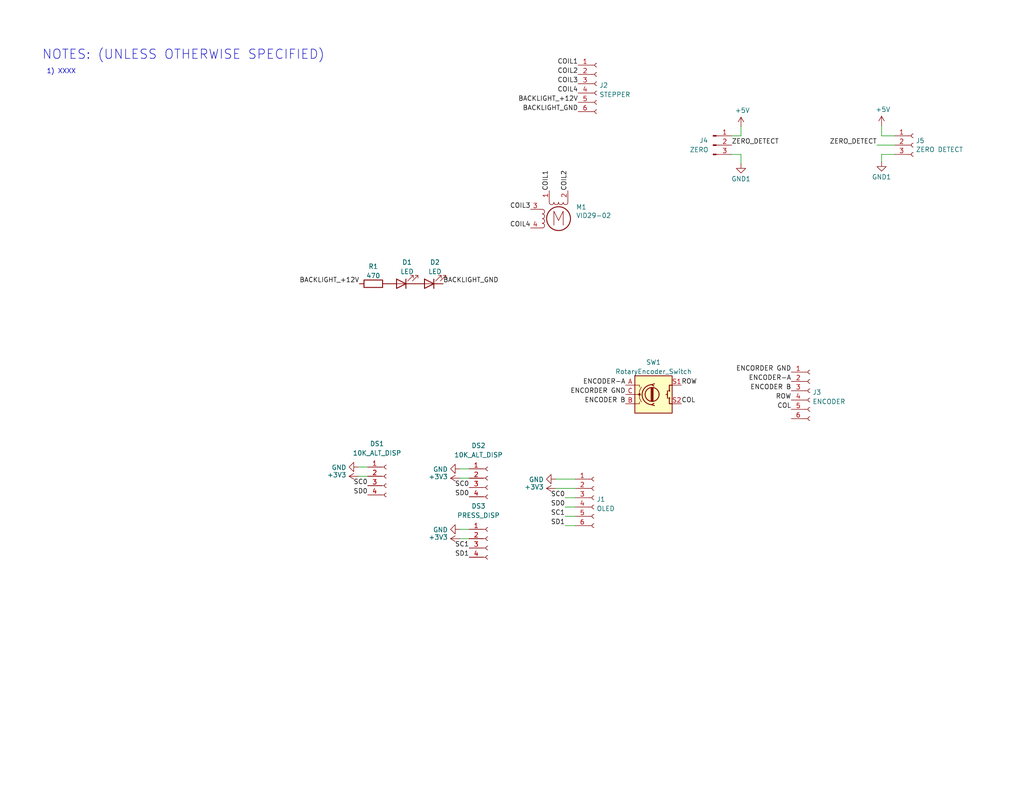
<source format=kicad_sch>
(kicad_sch (version 20230121) (generator eeschema)
  (paper "A")
  (title_block (date "2022-08-04") (rev "2"))
  (lib_symbols
    (symbol "Connector:Conn_01x03_Male" (pin_names (offset 1.016) hide)
      (property "Reference" "J" (at 0 5.08 0))
      (property "Value" "Conn_01x03_Male" (at 0 -5.08 0))
      (symbol "Conn_01x03_Male_1_1"
        (polyline (pts (xy 1.27 -2.54) (xy 0.8636 -2.54)) (stroke (width 0.1524)))
        (polyline (pts (xy 1.27 0) (xy 0.8636 0)) (stroke (width 0.1524)))
        (polyline (pts (xy 1.27 2.54) (xy 0.8636 2.54)) (stroke (width 0.1524)))
        (rectangle (start 0.8636 -2.413) (end 0 -2.667) (stroke (width 0.1524)) (fill (type outline)))
        (rectangle (start 0.8636 0.127) (end 0 -0.127) (stroke (width 0.1524)) (fill (type outline)))
        (rectangle (start 0.8636 2.667) (end 0 2.413) (stroke (width 0.1524)) (fill (type outline)))
        (pin passive line (at 5.08 2.54 180) (length 3.81) (name "Pin_1") (number "1"))
        (pin passive line (at 5.08 0 180) (length 3.81) (name "Pin_2") (number "2"))
        (pin passive line (at 5.08 -2.54 180) (length 3.81) (name "Pin_3") (number "3"))
      )
    )
    (symbol "Connector:Conn_01x03_Socket" (pin_names (offset 1.016) hide)
      (property "Reference" "J" (at 0 5.08 0))
      (property "Value" "Conn_01x03_Socket" (at 0 -5.08 0))
      (symbol "Conn_01x03_Socket_1_1"
        (arc (start 0 -2.032) (mid -0.5058 -2.54) (end 0 -3.048) (stroke (width 0.1524)))
        (polyline (pts (xy -1.27 -2.54) (xy -0.508 -2.54)) (stroke (width 0.1524)))
        (polyline (pts (xy -1.27 0) (xy -0.508 0)) (stroke (width 0.1524)))
        (polyline (pts (xy -1.27 2.54) (xy -0.508 2.54)) (stroke (width 0.1524)))
        (arc (start 0 0.508) (mid -0.5058 0) (end 0 -0.508) (stroke (width 0.1524)))
        (arc (start 0 3.048) (mid -0.5058 2.54) (end 0 2.032) (stroke (width 0.1524)))
        (pin passive line (at -5.08 2.54 0) (length 3.81) (name "Pin_1") (number "1"))
        (pin passive line (at -5.08 0 0) (length 3.81) (name "Pin_2") (number "2"))
        (pin passive line (at -5.08 -2.54 0) (length 3.81) (name "Pin_3") (number "3"))
      )
    )
    (symbol "Connector:Conn_01x04_Female" (pin_names (offset 1.016) hide)
      (property "Reference" "J" (at 0 5.08 0))
      (property "Value" "Conn_01x04_Female" (at 0 -7.62 0))
      (symbol "Conn_01x04_Female_1_1"
        (arc (start 0 -4.572) (mid -0.5058 -5.08) (end 0 -5.588) (stroke (width 0.1524)))
        (arc (start 0 -2.032) (mid -0.5058 -2.54) (end 0 -3.048) (stroke (width 0.1524)))
        (polyline (pts (xy -1.27 -5.08) (xy -0.508 -5.08)) (stroke (width 0.1524)))
        (polyline (pts (xy -1.27 -2.54) (xy -0.508 -2.54)) (stroke (width 0.1524)))
        (polyline (pts (xy -1.27 0) (xy -0.508 0)) (stroke (width 0.1524)))
        (polyline (pts (xy -1.27 2.54) (xy -0.508 2.54)) (stroke (width 0.1524)))
        (arc (start 0 0.508) (mid -0.5058 0) (end 0 -0.508) (stroke (width 0.1524)))
        (arc (start 0 3.048) (mid -0.5058 2.54) (end 0 2.032) (stroke (width 0.1524)))
        (pin passive line (at -5.08 2.54 0) (length 3.81) (name "Pin_1") (number "1"))
        (pin passive line (at -5.08 0 0) (length 3.81) (name "Pin_2") (number "2"))
        (pin passive line (at -5.08 -2.54 0) (length 3.81) (name "Pin_3") (number "3"))
        (pin passive line (at -5.08 -5.08 0) (length 3.81) (name "Pin_4") (number "4"))
      )
    )
    (symbol "Connector:Conn_01x06_Female" (pin_names (offset 1.016) hide)
      (property "Reference" "J" (at 0 7.62 0))
      (property "Value" "Conn_01x06_Female" (at 0 -10.16 0))
      (symbol "Conn_01x06_Female_1_1"
        (arc (start 0 -7.112) (mid -0.5058 -7.62) (end 0 -8.128) (stroke (width 0.1524)))
        (arc (start 0 -4.572) (mid -0.5058 -5.08) (end 0 -5.588) (stroke (width 0.1524)))
        (arc (start 0 -2.032) (mid -0.5058 -2.54) (end 0 -3.048) (stroke (width 0.1524)))
        (polyline (pts (xy -1.27 -7.62) (xy -0.508 -7.62)) (stroke (width 0.1524)))
        (polyline (pts (xy -1.27 -5.08) (xy -0.508 -5.08)) (stroke (width 0.1524)))
        (polyline (pts (xy -1.27 -2.54) (xy -0.508 -2.54)) (stroke (width 0.1524)))
        (polyline (pts (xy -1.27 0) (xy -0.508 0)) (stroke (width 0.1524)))
        (polyline (pts (xy -1.27 2.54) (xy -0.508 2.54)) (stroke (width 0.1524)))
        (polyline (pts (xy -1.27 5.08) (xy -0.508 5.08)) (stroke (width 0.1524)))
        (arc (start 0 0.508) (mid -0.5058 0) (end 0 -0.508) (stroke (width 0.1524)))
        (arc (start 0 3.048) (mid -0.5058 2.54) (end 0 2.032) (stroke (width 0.1524)))
        (arc (start 0 5.588) (mid -0.5058 5.08) (end 0 4.572) (stroke (width 0.1524)))
        (pin passive line (at -5.08 5.08 0) (length 3.81) (name "Pin_1") (number "1"))
        (pin passive line (at -5.08 2.54 0) (length 3.81) (name "Pin_2") (number "2"))
        (pin passive line (at -5.08 0 0) (length 3.81) (name "Pin_3") (number "3"))
        (pin passive line (at -5.08 -2.54 0) (length 3.81) (name "Pin_4") (number "4"))
        (pin passive line (at -5.08 -5.08 0) (length 3.81) (name "Pin_5") (number "5"))
        (pin passive line (at -5.08 -7.62 0) (length 3.81) (name "Pin_6") (number "6"))
      )
    )
    (symbol "Device:LED" (pin_numbers hide) (pin_names (offset 1.016) hide)
      (property "Reference" "D" (at 0 2.54 0))
      (property "Value" "LED" (at 0 -2.54 0))
      (symbol "LED_0_1"
        (polyline (pts (xy -1.27 -1.27) (xy -1.27 1.27)) (stroke (width 0.254)))
        (polyline (pts (xy -1.27 0) (xy 1.27 0)))
        (polyline (pts (xy 1.27 -1.27) (xy 1.27 1.27) (xy -1.27 0) (xy 1.27 -1.27)) (stroke (width 0.254)))
        (polyline (pts (xy -3.048 -0.762) (xy -4.572 -2.286) (xy -3.81 -2.286) (xy -4.572 -2.286) (xy -4.572 -1.524)))
        (polyline (pts (xy -1.778 -0.762) (xy -3.302 -2.286) (xy -2.54 -2.286) (xy -3.302 -2.286) (xy -3.302 -1.524)))
      )
      (symbol "LED_1_1"
        (pin passive line (at -3.81 0 0) (length 2.54) (name "K") (number "1"))
        (pin passive line (at 3.81 0 180) (length 2.54) (name "A") (number "2"))
      )
    )
    (symbol "Device:R" (pin_numbers hide) (pin_names (offset 0))
      (property "Reference" "R" (at 2.032 0 90))
      (property "Value" "R" (at 0 0 90))
      (symbol "R_0_1"
        (rectangle (start -1.016 -2.54) (end 1.016 2.54) (stroke (width 0.254)))
      )
      (symbol "R_1_1"
        (pin passive line (at 0 3.81 270) (length 1.27) (name "~") (number "1"))
        (pin passive line (at 0 -3.81 90) (length 1.27) (name "~") (number "2"))
      )
    )
    (symbol "Device:RotaryEncoder_Switch" (pin_names (offset 0.254) hide)
      (property "Reference" "SW" (at 0 6.604 0))
      (property "Value" "RotaryEncoder_Switch" (at 0 -6.604 0))
      (symbol "RotaryEncoder_Switch_0_1"
        (rectangle (start -5.08 5.08) (end 5.08 -5.08) (stroke (width 0.254)) (fill (type background)))
        (circle (center -3.81 0) (radius 0.254) (fill (type outline)))
        (circle (center -0.381 0) (radius 1.905) (stroke (width 0.254)))
        (arc (start -0.381 2.667) (mid -3.0988 -0.0635) (end -0.381 -2.794) (stroke (width 0.254)))
        (polyline (pts (xy -0.635 -1.778) (xy -0.635 1.778)) (stroke (width 0.254)))
        (polyline (pts (xy -0.381 -1.778) (xy -0.381 1.778)) (stroke (width 0.254)))
        (polyline (pts (xy -0.127 1.778) (xy -0.127 -1.778)) (stroke (width 0.254)))
        (polyline (pts (xy 3.81 0) (xy 3.429 0)) (stroke (width 0.254)))
        (polyline (pts (xy 3.81 1.016) (xy 3.81 -1.016)) (stroke (width 0.254)))
        (polyline (pts (xy -5.08 -2.54) (xy -3.81 -2.54) (xy -3.81 -2.032)))
        (polyline (pts (xy -5.08 2.54) (xy -3.81 2.54) (xy -3.81 2.032)))
        (polyline (pts (xy 0.254 -3.048) (xy -0.508 -2.794) (xy 0.127 -2.413)) (stroke (width 0.254)))
        (polyline (pts (xy 0.254 2.921) (xy -0.508 2.667) (xy 0.127 2.286)) (stroke (width 0.254)))
        (polyline (pts (xy 5.08 -2.54) (xy 4.318 -2.54) (xy 4.318 -1.016)) (stroke (width 0.254)))
        (polyline (pts (xy 5.08 2.54) (xy 4.318 2.54) (xy 4.318 1.016)) (stroke (width 0.254)))
        (polyline (pts (xy -5.08 0) (xy -3.81 0) (xy -3.81 -1.016) (xy -3.302 -2.032)))
        (polyline (pts (xy -4.318 0) (xy -3.81 0) (xy -3.81 1.016) (xy -3.302 2.032)))
        (circle (center 4.318 -1.016) (radius 0.127) (stroke (width 0.254)))
        (circle (center 4.318 1.016) (radius 0.127) (stroke (width 0.254)))
      )
      (symbol "RotaryEncoder_Switch_1_1"
        (pin passive line (at -7.62 2.54 0) (length 2.54) (name "A") (number "A"))
        (pin passive line (at -7.62 -2.54 0) (length 2.54) (name "B") (number "B"))
        (pin passive line (at -7.62 0 0) (length 2.54) (name "C") (number "C"))
        (pin passive line (at 7.62 2.54 180) (length 2.54) (name "S1") (number "S1"))
        (pin passive line (at 7.62 -2.54 180) (length 2.54) (name "S2") (number "S2"))
      )
    )
    (symbol "GAUGE_Standby-Altimeter-rescue:+3.3V-power" (power) (pin_names (offset 0))
      (property "Value" "+3.3V-power" (at 0 3.556 0))
      (symbol "+3.3V-power_0_1"
        (polyline (pts (xy -0.762 1.27) (xy 0 2.54)))
        (polyline (pts (xy 0 0) (xy 0 2.54)))
        (polyline (pts (xy 0 2.54) (xy 0.762 1.27)))
      )
      (symbol "+3.3V-power_1_1"
        (pin power_in line (at 0 0 90) (length 0) hide (name "+3V3") (number "1"))
      )
    )
    (symbol "Motor:Stepper_Motor_bipolar" (pin_names (offset 0) hide)
      (property "Reference" "M" (at 3.81 2.54 0))
      (property "Value" "Stepper_Motor_bipolar" (at 3.81 1.27 0))
      (symbol "Stepper_Motor_bipolar_0_0"
        (polyline (pts (xy -1.27 -1.778) (xy -1.27 2.032) (xy 0 -0.508) (xy 1.27 2.032) (xy 1.27 -1.778)))
      )
      (symbol "Stepper_Motor_bipolar_0_1"
        (arc (start -4.445 -2.54) (mid -3.8127 -1.905) (end -4.445 -1.27))
        (arc (start -4.445 -1.27) (mid -3.8127 -0.635) (end -4.445 0))
        (arc (start -4.445 0) (mid -3.8127 0.635) (end -4.445 1.27))
        (arc (start -4.445 1.27) (mid -3.8127 1.905) (end -4.445 2.54))
        (arc (start -2.54 4.445) (mid -1.905 3.8127) (end -1.27 4.445))
        (arc (start -1.27 4.445) (mid -0.635 3.8127) (end 0 4.445))
        (polyline (pts (xy -5.08 -2.54) (xy -4.445 -2.54)))
        (polyline (pts (xy -5.08 2.54) (xy -4.445 2.54)))
        (polyline (pts (xy -2.54 5.08) (xy -2.54 4.445)))
        (polyline (pts (xy 2.54 5.08) (xy 2.54 4.445)))
        (circle (center 0 0) (radius 3.2512) (stroke (width 0.254)))
        (arc (start 0 4.445) (mid 0.635 3.8127) (end 1.27 4.445))
        (arc (start 1.27 4.445) (mid 1.905 3.8127) (end 2.54 4.445))
      )
      (symbol "Stepper_Motor_bipolar_1_1"
        (pin passive line (at -2.54 7.62 270) (length 2.54) (name "~") (number "1"))
        (pin passive line (at 2.54 7.62 270) (length 2.54) (name "-") (number "2"))
        (pin passive line (at -7.62 2.54 0) (length 2.54) (name "~") (number "3"))
        (pin passive line (at -7.62 -2.54 0) (length 2.54) (name "~") (number "4"))
      )
    )
    (symbol "power:+5V" (power) (pin_names (offset 0))
      (property "Value" "+5V" (at 0 3.556 0))
      (symbol "+5V_0_1"
        (polyline (pts (xy -0.762 1.27) (xy 0 2.54)))
        (polyline (pts (xy 0 0) (xy 0 2.54)))
        (polyline (pts (xy 0 2.54) (xy 0.762 1.27)))
      )
      (symbol "+5V_1_1"
        (pin power_in line (at 0 0 90) (length 0) hide (name "+5V") (number "1"))
      )
    )
    (symbol "power:GND" (power) (pin_names (offset 0))
      (property "Value" "GND" (at 0 -3.81 0))
      (symbol "GND_0_1"
        (polyline (pts (xy 0 0) (xy 0 -1.27) (xy 1.27 -1.27) (xy 0 -2.54) (xy -1.27 -1.27) (xy 0 -1.27)))
      )
      (symbol "GND_1_1"
        (pin power_in line (at 0 0 270) (length 0) hide (name "GND") (number "1"))
      )
    )
    (symbol "power:GND1" (power) (pin_names (offset 0))
      (property "Value" "GND1" (at 0 -3.81 0))
      (symbol "GND1_0_1"
        (polyline (pts (xy 0 0) (xy 0 -1.27) (xy 1.27 -1.27) (xy 0 -2.54) (xy -1.27 -1.27) (xy 0 -1.27)))
      )
      (symbol "GND1_1_1"
        (pin power_in line (at 0 0 270) (length 0) hide (name "GND1") (number "1"))
      )
    )
  )
  (wire (pts (xy 128.016 130.556) (xy 125.476 130.556)))
  (wire (pts (xy 100.33 130.048) (xy 97.79 130.048)))
  (wire (pts (xy 154.178 138.43) (xy 156.972 138.43)))
  (wire (pts (xy 151.638 133.35) (xy 156.972 133.35)))
  (wire (pts (xy 97.79 127.508) (xy 100.33 127.508)))
  (wire (pts (xy 244.094 42.164) (xy 240.538 42.164)))
  (wire (pts (xy 240.538 37.084) (xy 244.094 37.084)))
  (wire (pts (xy 125.476 128.016) (xy 128.016 128.016)))
  (wire (pts (xy 240.538 34.29) (xy 240.538 37.084)))
  (wire (pts (xy 128.016 147.066) (xy 125.476 147.066)))
  (wire (pts (xy 154.178 135.89) (xy 156.972 135.89)))
  (wire (pts (xy 199.644 37.084) (xy 202.184 37.084)))
  (wire (pts (xy 202.184 37.084) (xy 202.184 34.544)))
  (wire (pts (xy 125.476 144.526) (xy 128.016 144.526)))
  (wire (pts (xy 240.538 42.164) (xy 240.538 44.196)))
  (wire (pts (xy 154.178 140.97) (xy 156.972 140.97)))
  (wire (pts (xy 202.184 44.704) (xy 202.184 42.164)))
  (wire (pts (xy 239.268 39.624) (xy 244.094 39.624)))
  (wire (pts (xy 154.178 143.51) (xy 156.972 143.51)))
  (wire (pts (xy 202.184 42.164) (xy 199.644 42.164)))
  (wire (pts (xy 151.638 130.81) (xy 156.972 130.81)))
  (text "1) XXXX" (at 12.7 20.32 0) (effects (font (size 1.27 1.27)) (justify left bottom)))
  (text "NOTES: (UNLESS OTHERWISE SPECIFIED)" (at 11.43 16.51 0) (effects (font (size 2.54 2.54)) (justify left bottom)))
  (label "SD1" (at 154.178 143.51 180))
  (label "BACKLIGHT_GND" (at 157.734 30.48 180))
  (label "COIL4" (at 144.78 62.23 180))
  (label "SC0" (at 100.33 132.588 180))
  (label "SC0" (at 154.178 135.89 180))
  (label "SC0" (at 128.016 133.096 180))
  (label "ENCODER-A" (at 170.688 105.156 180))
  (label "ROW" (at 185.928 105.156 0))
  (label "COIL1" (at 149.86 52.07 90))
  (label "ENCODER-A" (at 215.9 104.14 180))
  (label "SC1" (at 154.178 140.97 180))
  (label "SD0" (at 128.016 135.636 180))
  (label "BACKLIGHT_+12V" (at 98.044 77.47 180))
  (label "ENCODER B" (at 215.9 106.68 180))
  (label "COIL2" (at 157.734 20.32 180))
  (label "ENCODER B" (at 170.688 110.236 180))
  (label "SD0" (at 154.178 138.43 180))
  (label "ENCORDER GND" (at 215.9 101.6 180))
  (label "SD0" (at 100.33 135.128 180))
  (label "SC1" (at 128.016 149.606 180))
  (label "BACKLIGHT_+12V" (at 157.734 27.94 180))
  (label "COIL3" (at 144.78 57.15 180))
  (label "ENCORDER GND" (at 170.688 107.696 180))
  (label "COIL2" (at 154.94 52.07 90))
  (label "SD1" (at 128.016 152.146 180))
  (label "COL" (at 215.9 111.76 180))
  (label "ZERO_DETECT" (at 199.644 39.624 0))
  (label "ROW" (at 215.9 109.22 180))
  (label "COIL1" (at 157.734 17.78 180))
  (label "COL" (at 185.928 110.236 0))
  (label "BACKLIGHT_GND" (at 120.904 77.47 0))
  (label "COIL4" (at 157.734 25.4 180))
  (label "COIL3" (at 157.734 22.86 180))
  (label "ZERO_DETECT" (at 239.268 39.624 180))
  (symbol (lib_id "Motor:Stepper_Motor_bipolar") (at 152.4 59.69 0) (unit 1)
    (property "Reference" "M1" (at 157.1752 56.5404 0) (effects (justify left)))
    (property "Value" "VID29-02" (at 157.1752 58.8518 0) (effects (justify left)))
    (property "Footprint" "Stepper:VID29-02" (effects hide))
    (property "Datasheet" "https://guy.carpenter.id.au/gaugette/resources/vid/20091026113525_VID29_manual_EN-080606.pdf" (effects hide))
  )
  (symbol (lib_id "Connector:Conn_01x04_Female") (at 105.41 130.048 0) (unit 1)
    (property "Reference" "DS1" (at 102.87 121.158 0))
    (property "Value" "10K_ALT_DISP" (at 102.87 123.698 0))
    (property "Footprint" "Connector_PinSocket_2.54mm:PinSocket_1x04_P2.54mm_Vertical" (effects hide))
  )
  (symbol (lib_id "Connector:Conn_01x03_Male") (at 194.564 39.624 0) (unit 1)
    (property "Reference" "J4" (at 192.024 38.354 0))
    (property "Value" "ZERO" (at 190.754 40.894 0))
    (property "Footprint" "Connector_PinHeader_2.54mm:PinHeader_1x03_P2.54mm_Vertical" (effects hide))
  )
  (symbol (lib_id "GAUGE_Standby-Altimeter-rescue:+3.3V-power") (at 97.79 130.048 90) (unit 1)
    (property "Reference" "#PWR02" (effects hide))
    (property "Value" "+3.3V" (at 94.5388 129.667 90) (effects (justify left)))
  )
  (symbol (lib_id "GAUGE_Standby-Altimeter-rescue:+3.3V-power") (at 151.638 133.35 90) (unit 1)
    (property "Reference" "#PWR08" (effects hide))
    (property "Value" "+3.3V" (at 148.3868 132.969 90) (effects (justify left)))
  )
  (symbol (lib_id "GAUGE_Standby-Altimeter-rescue:+3.3V-power") (at 125.476 147.066 90) (unit 1)
    (property "Reference" "#PWR06" (effects hide))
    (property "Value" "+3.3V" (at 122.2248 146.685 90) (effects (justify left)))
  )
  (symbol (lib_id "Connector:Conn_01x06_Female") (at 162.052 135.89 0) (unit 1)
    (property "Reference" "J1" (at 162.7632 136.3253 0) (effects (justify left)))
    (property "Value" "OLED" (at 162.7632 138.8622 0) (effects (justify left)))
    (property "Footprint" "Connector_Molex:Molex_KK-254_AE-6410-06A_1x06_P2.54mm_Vertical" (effects hide))
  )
  (symbol (lib_id "Device:R") (at 101.854 77.47 90) (unit 1)
    (property "Reference" "R1" (at 101.854 72.7542 90))
    (property "Value" "470" (at 101.854 75.2911 90))
    (property "Footprint" "Resistor_THT:R_Axial_DIN0204_L3.6mm_D1.6mm_P1.90mm_Vertical" (effects hide))
  )
  (symbol (lib_id "power:GND1") (at 202.184 44.704 0) (unit 1)
    (property "Reference" "#PWR013" (effects hide))
    (property "Value" "GND1" (at 202.184 48.8371 0))
  )
  (symbol (lib_id "power:GND") (at 125.476 144.526 270) (unit 1)
    (property "Reference" "#PWR05" (effects hide))
    (property "Value" "GND" (at 122.2248 144.653 90) (effects (justify right)))
  )
  (symbol (lib_id "power:GND") (at 97.79 127.508 270) (unit 1)
    (property "Reference" "#PWR01" (effects hide))
    (property "Value" "GND" (at 94.5388 127.635 90) (effects (justify right)))
  )
  (symbol (lib_id "GAUGE_Standby-Altimeter-rescue:+3.3V-power") (at 125.476 130.556 90) (unit 1)
    (property "Reference" "#PWR04" (effects hide))
    (property "Value" "+3.3V" (at 122.2248 130.175 90) (effects (justify left)))
  )
  (symbol (lib_id "power:GND") (at 151.638 130.81 270) (unit 1)
    (property "Reference" "#PWR07" (effects hide))
    (property "Value" "GND" (at 148.3868 130.937 90) (effects (justify right)))
  )
  (symbol (lib_id "power:+5V") (at 240.538 34.29 0) (unit 1)
    (property "Reference" "#PWR012" (effects hide))
    (property "Value" "+5V" (at 240.919 29.8958 0))
  )
  (symbol (lib_id "Connector:Conn_01x06_Female") (at 162.814 22.86 0) (unit 1)
    (property "Reference" "J2" (at 163.5252 23.2953 0) (effects (justify left)))
    (property "Value" "STEPPER" (at 163.5252 25.8322 0) (effects (justify left)))
    (property "Footprint" "Connector_Molex:Molex_KK-254_AE-6410-06A_1x06_P2.54mm_Vertical" (effects hide))
  )
  (symbol (lib_id "Device:LED") (at 117.094 77.47 180) (unit 1)
    (property "Reference" "D2" (at 118.6815 71.6112 0))
    (property "Value" "LED" (at 118.6815 74.1481 0))
    (property "Footprint" "LED_THT:LED_D3.0mm" (effects hide))
  )
  (symbol (lib_id "Connector:Conn_01x06_Female") (at 220.98 106.68 0) (unit 1)
    (property "Reference" "J3" (at 221.6912 107.1153 0) (effects (justify left)))
    (property "Value" "ENCODER" (at 221.6912 109.6522 0) (effects (justify left)))
    (property "Footprint" "Connector_Molex:Molex_KK-254_AE-6410-06A_1x06_P2.54mm_Vertical" (effects hide))
  )
  (symbol (lib_id "power:+5V") (at 202.184 34.544 0) (unit 1)
    (property "Reference" "#PWR09" (effects hide))
    (property "Value" "+5V" (at 202.565 30.1498 0))
  )
  (symbol (lib_id "Connector:Conn_01x03_Socket") (at 249.174 39.624 0) (unit 1)
    (property "Reference" "J5" (at 249.8852 38.4119 0) (effects (justify left)))
    (property "Value" "ZERO DETECT" (at 249.8852 40.8361 0) (effects (justify left)))
    (property "Footprint" "Connector_Molex:Molex_KK-254_AE-6410-03A_1x03_P2.54mm_Vertical" (effects hide))
  )
  (symbol (lib_id "power:GND1") (at 240.538 44.196 0) (unit 1)
    (property "Reference" "#PWR010" (effects hide))
    (property "Value" "GND1" (at 240.538 48.3291 0))
  )
  (symbol (lib_id "Device:LED") (at 109.474 77.47 180) (unit 1)
    (property "Reference" "D1" (at 111.0615 71.6112 0))
    (property "Value" "LED" (at 111.0615 74.1481 0))
    (property "Footprint" "LED_THT:LED_D3.0mm" (effects hide))
  )
  (symbol (lib_id "Connector:Conn_01x04_Female") (at 133.096 130.556 0) (unit 1)
    (property "Reference" "DS2" (at 130.556 121.666 0))
    (property "Value" "10K_ALT_DISP" (at 130.556 124.206 0))
    (property "Footprint" "Connector_PinSocket_2.54mm:PinSocket_1x04_P2.54mm_Vertical" (effects hide))
  )
  (symbol (lib_id "power:GND") (at 125.476 128.016 270) (unit 1)
    (property "Reference" "#PWR03" (effects hide))
    (property "Value" "GND" (at 122.2248 128.143 90) (effects (justify right)))
  )
  (symbol (lib_id "Connector:Conn_01x04_Female") (at 133.096 147.066 0) (unit 1)
    (property "Reference" "DS3" (at 130.556 138.176 0))
    (property "Value" "PRESS_DISP" (at 130.556 140.716 0))
    (property "Footprint" "Connector_PinSocket_2.54mm:PinSocket_1x04_P2.54mm_Vertical" (effects hide))
  )
  (symbol (lib_id "Device:RotaryEncoder_Switch") (at 178.308 107.696 0) (unit 1)
    (property "Reference" "SW1" (at 178.308 98.9162 0))
    (property "Value" "RotaryEncoder_Switch" (at 178.308 101.4531 0))
    (property "Footprint" "Rotary_Encoder:RotaryEncoder_Alps_EC11E-Switch_Vertical_H20mm" (effects hide))
  )
)
</source>
